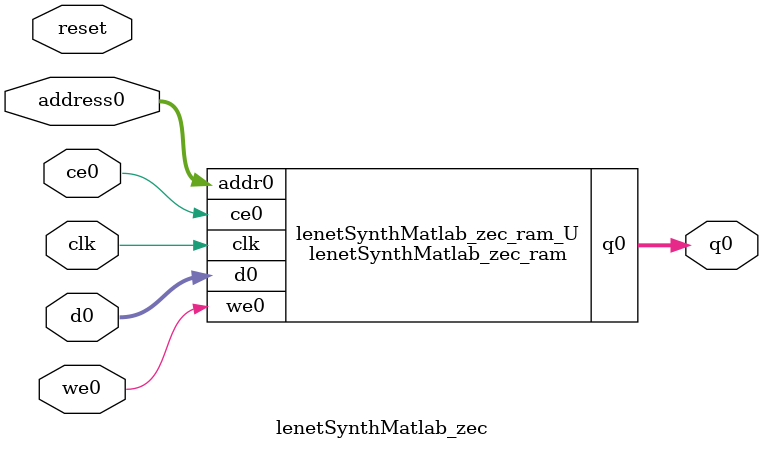
<source format=v>

`timescale 1 ns / 1 ps
module lenetSynthMatlab_zec_ram (addr0, ce0, d0, we0, q0,  clk);

parameter DWIDTH = 32;
parameter AWIDTH = 7;
parameter MEM_SIZE = 120;

input[AWIDTH-1:0] addr0;
input ce0;
input[DWIDTH-1:0] d0;
input we0;
output reg[DWIDTH-1:0] q0;
input clk;

(* ram_style = "block" *)reg [DWIDTH-1:0] ram[0:MEM_SIZE-1];




always @(posedge clk)  
begin 
    if (ce0) 
    begin
        if (we0) 
        begin 
            ram[addr0] <= d0; 
            q0 <= d0;
        end 
        else 
            q0 <= ram[addr0];
    end
end


endmodule


`timescale 1 ns / 1 ps
module lenetSynthMatlab_zec(
    reset,
    clk,
    address0,
    ce0,
    we0,
    d0,
    q0);

parameter DataWidth = 32'd32;
parameter AddressRange = 32'd120;
parameter AddressWidth = 32'd7;
input reset;
input clk;
input[AddressWidth - 1:0] address0;
input ce0;
input we0;
input[DataWidth - 1:0] d0;
output[DataWidth - 1:0] q0;



lenetSynthMatlab_zec_ram lenetSynthMatlab_zec_ram_U(
    .clk( clk ),
    .addr0( address0 ),
    .ce0( ce0 ),
    .we0( we0 ),
    .d0( d0 ),
    .q0( q0 ));

endmodule


</source>
